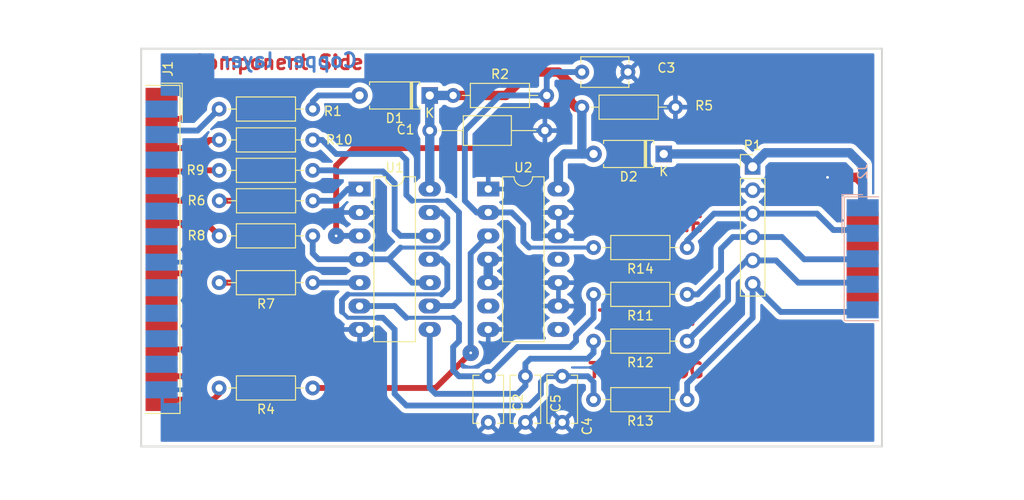
<source format=kicad_pcb>
(kicad_pcb (version 20201002) (generator pcbnew)
  (title_block (rev "1") (company "Kicad Demo"))
  (layers (0 "F.Cu" signal "top_copper") (31 "B.Cu" signal "bottom_copper") (34 "B.Paste" user) (35 "F.Paste" user) (36 "B.SilkS" user "B.Silkscreen") (37 "F.SilkS" user "F.Silkscreen") (38 "B.Mask" user) (39 "F.Mask" user) (44 "Edge.Cuts" user))
  (net 0 "")
  (net 1 "/CLK-D1")
  (net 2 "/CTRL-D3")
  (net 3 "/DONE-SELECT*")
  (net 4 "/PWR_3,3-5V")
  (net 5 "/TCK-CCLK")
  (net 6 "/TD0-DONE")
  (net 7 "/TD0-PROG-D4")
  (net 8 "/TDI-DIN")
  (net 9 "/TDI-DIN-D0")
  (net 10 "/TMS-PROG")
  (net 11 "/TMS-PROG-D2")
  (net 12 "/VCC_SENSE-ERROR*")
  (net 13 "GND")
  (net 14 "VCC")
  (net 15 "Net-(C3-Pad1)")
  (net 16 "Net-(R4-Pad1)")
  (net 17 "Net-(U2-Pad6)")
  (net 18 "Net-(U2-Pad8)")
  (net 19 "Net-(U2-Pad11)")
  (net 20 "Net-(R6-Pad1)")
  (net 21 "Net-(R8-Pad1)")
  (net 22 "Net-(R7-Pad1)")
  (net 23 "Net-(C2-Pad1)")
  (net 24 "Net-(C5-Pad1)")
  (net 25 "Net-(R10-Pad1)")
  (net 26 "Net-(C4-Pad1)")
  (net 27 "Net-(R9-Pad1)")
  (net 28 "Net-(D1-Pad2)")
  (net 29 "Net-(J1-Pad11)")
  (net 30 "Net-(J1-Pad10)")
  (net 31 "Net-(J1-Pad9)")
  (net 32 "Net-(J1-Pad7)")
  (net 33 "Net-(J1-Pad1)")
  (net 34 "Net-(J1-Pad24)")
  (net 35 "Net-(J1-Pad23)")
  (net 36 "Net-(J1-Pad22)")
  (net 37 "Net-(J1-Pad21)")
  (net 38 "Net-(J1-Pad19)")
  (net 39 "Net-(J1-Pad18)")
  (net 40 "Net-(J1-Pad17)")
  (net 41 "Net-(J1-Pad16)")
  (net 42 "Net-(J1-Pad14)")
  (module "Resistor_THT:R_Axial_DIN0207_L6.3mm_D2.5mm_P10.16mm_Horizontal" (layer "F.Cu") (at 162.56 88.9 180)
    (fp_text reference "R14" (at 5.08 -2.31 180) (layer "F.SilkS"))
    (fp_text value "100")
    (fp_line (start 0.98 0) (end 1.87 0) (layer "F.SilkS") (width 0.12))
    (fp_line (start 8.29 -1.31) (end 1.87 -1.31) (layer "F.SilkS") (width 0.12))
    (fp_line (start 1.87 1.31) (end 8.29 1.31) (layer "F.SilkS") (width 0.12))
    (fp_line (start 1.87 -1.31) (end 1.87 1.31) (layer "F.SilkS") (width 0.12))
    (fp_line (start 8.29 1.31) (end 8.29 -1.31) (layer "F.SilkS") (width 0.12))
    (fp_line (start 9.18 0) (end 8.29 0) (layer "F.SilkS") (width 0.12))
    (pad "1" thru_hole circle (at 0 0 180) (size 1.6 1.6) (drill 0.8) (layers *.Cu *.Mask) (net 6 "/TD0-DONE"))
    (pad "2" thru_hole oval (at 10.16 0 180) (size 1.6 1.6) (drill 0.8) (layers *.Cu *.Mask) (net 15 "Net-(C3-Pad1)"))
  )
  (module "Resistor_THT:R_Axial_DIN0207_L6.3mm_D2.5mm_P10.16mm_Horizontal" (layer "F.Cu") (at 121.92 80.518 180)
    (fp_text reference "R9" (at 12.72 0.018 180) (layer "F.SilkS"))
    (fp_text value "100")
    (fp_line (start 1.87 -1.31) (end 1.87 1.31) (layer "F.SilkS") (width 0.12))
    (fp_line (start 8.29 -1.31) (end 1.87 -1.31) (layer "F.SilkS") (width 0.12))
    (fp_line (start 8.29 1.31) (end 8.29 -1.31) (layer "F.SilkS") (width 0.12))
    (fp_line (start 1.87 1.31) (end 8.29 1.31) (layer "F.SilkS") (width 0.12))
    (fp_line (start 0.98 0) (end 1.87 0) (layer "F.SilkS") (width 0.12))
    (fp_line (start 9.18 0) (end 8.29 0) (layer "F.SilkS") (width 0.12))
    (pad "1" thru_hole circle (at 0 0 180) (size 1.6 1.6) (drill 0.8) (layers *.Cu *.Mask) (net 27 "Net-(R9-Pad1)"))
    (pad "2" thru_hole oval (at 10.16 0 180) (size 1.6 1.6) (drill 0.8) (layers *.Cu *.Mask) (net 11 "/TMS-PROG-D2"))
  )
  (module "Resistor_THT:R_Axial_DIN0207_L6.3mm_D2.5mm_P10.16mm_Horizontal" (layer "F.Cu") (at 121.92 104.14 180)
    (fp_text reference "R4" (at 5.08 -2.31 180) (layer "F.SilkS"))
    (fp_text value "47")
    (fp_line (start 1.87 1.31) (end 8.29 1.31) (layer "F.SilkS") (width 0.12))
    (fp_line (start 0.98 0) (end 1.87 0) (layer "F.SilkS") (width 0.12))
    (fp_line (start 1.87 -1.31) (end 1.87 1.31) (layer "F.SilkS") (width 0.12))
    (fp_line (start 8.29 -1.31) (end 1.87 -1.31) (layer "F.SilkS") (width 0.12))
    (fp_line (start 9.18 0) (end 8.29 0) (layer "F.SilkS") (width 0.12))
    (fp_line (start 8.29 1.31) (end 8.29 -1.31) (layer "F.SilkS") (width 0.12))
    (pad "1" thru_hole circle (at 0 0 180) (size 1.6 1.6) (drill 0.8) (layers *.Cu *.Mask) (net 16 "Net-(R4-Pad1)"))
    (pad "2" thru_hole oval (at 10.16 0 180) (size 1.6 1.6) (drill 0.8) (layers *.Cu *.Mask) (net 3 "/DONE-SELECT*"))
  )
  (module "Resistor_THT:R_Axial_DIN0207_L6.3mm_D2.5mm_P10.16mm_Horizontal" (layer "F.Cu") (at 162.56 105.41 180)
    (fp_text reference "R13" (at 5.08 -2.31 180) (layer "F.SilkS"))
    (fp_text value "100")
    (fp_line (start 9.18 0) (end 8.29 0) (layer "F.SilkS") (width 0.12))
    (fp_line (start 0.98 0) (end 1.87 0) (layer "F.SilkS") (width 0.12))
    (fp_line (start 8.29 1.31) (end 8.29 -1.31) (layer "F.SilkS") (width 0.12))
    (fp_line (start 8.29 -1.31) (end 1.87 -1.31) (layer "F.SilkS") (width 0.12))
    (fp_line (start 1.87 -1.31) (end 1.87 1.31) (layer "F.SilkS") (width 0.12))
    (fp_line (start 1.87 1.31) (end 8.29 1.31) (layer "F.SilkS") (width 0.12))
    (pad "1" thru_hole circle (at 0 0 180) (size 1.6 1.6) (drill 0.8) (layers *.Cu *.Mask) (net 10 "/TMS-PROG"))
    (pad "2" thru_hole oval (at 10.16 0 180) (size 1.6 1.6) (drill 0.8) (layers *.Cu *.Mask) (net 26 "Net-(C4-Pad1)"))
  )
  (module "Resistor_THT:R_Axial_DIN0207_L6.3mm_D2.5mm_P10.16mm_Horizontal" (layer "F.Cu") (at 162.56 99.06 180)
    (fp_text reference "R12" (at 5.08 -2.31 180) (layer "F.SilkS"))
    (fp_text value "100")
    (fp_line (start 1.87 1.31) (end 8.29 1.31) (layer "F.SilkS") (width 0.12))
    (fp_line (start 8.29 1.31) (end 8.29 -1.31) (layer "F.SilkS") (width 0.12))
    (fp_line (start 8.29 -1.31) (end 1.87 -1.31) (layer "F.SilkS") (width 0.12))
    (fp_line (start 1.87 -1.31) (end 1.87 1.31) (layer "F.SilkS") (width 0.12))
    (fp_line (start 0.98 0) (end 1.87 0) (layer "F.SilkS") (width 0.12))
    (fp_line (start 9.18 0) (end 8.29 0) (layer "F.SilkS") (width 0.12))
    (pad "1" thru_hole circle (at 0 0 180) (size 1.6 1.6) (drill 0.8) (layers *.Cu *.Mask) (net 5 "/TCK-CCLK"))
    (pad "2" thru_hole oval (at 10.16 0 180) (size 1.6 1.6) (drill 0.8) (layers *.Cu *.Mask) (net 24 "Net-(C5-Pad1)"))
  )
  (module "Resistor_THT:R_Axial_DIN0207_L6.3mm_D2.5mm_P10.16mm_Horizontal" (layer "F.Cu") (at 162.56 93.98 180)
    (fp_text reference "R11" (at 5.08 -2.31 180) (layer "F.SilkS"))
    (fp_text value "100")
    (fp_line (start 8.29 -1.31) (end 1.87 -1.31) (layer "F.SilkS") (width 0.12))
    (fp_line (start 8.29 1.31) (end 8.29 -1.31) (layer "F.SilkS") (width 0.12))
    (fp_line (start 1.87 1.31) (end 8.29 1.31) (layer "F.SilkS") (width 0.12))
    (fp_line (start 0.98 0) (end 1.87 0) (layer "F.SilkS") (width 0.12))
    (fp_line (start 9.18 0) (end 8.29 0) (layer "F.SilkS") (width 0.12))
    (fp_line (start 1.87 -1.31) (end 1.87 1.31) (layer "F.SilkS") (width 0.12))
    (pad "1" thru_hole circle (at 0 0 180) (size 1.6 1.6) (drill 0.8) (layers *.Cu *.Mask) (net 8 "/TDI-DIN"))
    (pad "2" thru_hole oval (at 10.16 0 180) (size 1.6 1.6) (drill 0.8) (layers *.Cu *.Mask) (net 23 "Net-(C2-Pad1)"))
  )
  (module "Resistor_THT:R_Axial_DIN0207_L6.3mm_D2.5mm_P10.16mm_Horizontal" (layer "F.Cu") (at 121.92 87.63 180)
    (fp_text reference "R8" (at 12.62 0.03 180) (layer "F.SilkS"))
    (fp_text value "100")
    (fp_line (start 8.29 1.31) (end 8.29 -1.31) (layer "F.SilkS") (width 0.12))
    (fp_line (start 1.87 -1.31) (end 1.87 1.31) (layer "F.SilkS") (width 0.12))
    (fp_line (start 9.18 0) (end 8.29 0) (layer "F.SilkS") (width 0.12))
    (fp_line (start 8.29 -1.31) (end 1.87 -1.31) (layer "F.SilkS") (width 0.12))
    (fp_line (start 0.98 0) (end 1.87 0) (layer "F.SilkS") (width 0.12))
    (fp_line (start 1.87 1.31) (end 8.29 1.31) (layer "F.SilkS") (width 0.12))
    (pad "1" thru_hole circle (at 0 0 180) (size 1.6 1.6) (drill 0.8) (layers *.Cu *.Mask) (net 21 "Net-(R8-Pad1)"))
    (pad "2" thru_hole oval (at 10.16 0 180) (size 1.6 1.6) (drill 0.8) (layers *.Cu *.Mask) (net 2 "/CTRL-D3"))
  )
  (module "Resistor_THT:R_Axial_DIN0207_L6.3mm_D2.5mm_P10.16mm_Horizontal" (layer "F.Cu") (at 121.92 92.71 180)
    (fp_text reference "R7" (at 5.08 -2.31 180) (layer "F.SilkS"))
    (fp_text value "100")
    (fp_line (start 1.87 -1.31) (end 1.87 1.31) (layer "F.SilkS") (width 0.12))
    (fp_line (start 0.98 0) (end 1.87 0) (layer "F.SilkS") (width 0.12))
    (fp_line (start 8.29 1.31) (end 8.29 -1.31) (layer "F.SilkS") (width 0.12))
    (fp_line (start 9.18 0) (end 8.29 0) (layer "F.SilkS") (width 0.12))
    (fp_line (start 8.29 -1.31) (end 1.87 -1.31) (layer "F.SilkS") (width 0.12))
    (fp_line (start 1.87 1.31) (end 8.29 1.31) (layer "F.SilkS") (width 0.12))
    (pad "1" thru_hole circle (at 0 0 180) (size 1.6 1.6) (drill 0.8) (layers *.Cu *.Mask) (net 22 "Net-(R7-Pad1)"))
    (pad "2" thru_hole oval (at 10.16 0 180) (size 1.6 1.6) (drill 0.8) (layers *.Cu *.Mask) (net 9 "/TDI-DIN-D0"))
  )
  (module "Resistor_THT:R_Axial_DIN0207_L6.3mm_D2.5mm_P10.16mm_Horizontal" (layer "F.Cu") (at 121.9327 83.82 180)
    (fp_text reference "R6" (at 12.6327 0.02 180) (layer "F.SilkS"))
    (fp_text value "100")
    (fp_line (start 0.98 0) (end 1.87 0) (layer "F.SilkS") (width 0.12))
    (fp_line (start 1.87 -1.31) (end 1.87 1.31) (layer "F.SilkS") (width 0.12))
    (fp_line (start 9.18 0) (end 8.29 0) (layer "F.SilkS") (width 0.12))
    (fp_line (start 1.87 1.31) (end 8.29 1.31) (layer "F.SilkS") (width 0.12))
    (fp_line (start 8.29 -1.31) (end 1.87 -1.31) (layer "F.SilkS") (width 0.12))
    (fp_line (start 8.29 1.31) (end 8.29 -1.31) (layer "F.SilkS") (width 0.12))
    (pad "1" thru_hole circle (at 0 0 180) (size 1.6 1.6) (drill 0.8) (layers *.Cu *.Mask) (net 20 "Net-(R6-Pad1)"))
    (pad "2" thru_hole oval (at 10.16 0 180) (size 1.6 1.6) (drill 0.8) (layers *.Cu *.Mask) (net 7 "/TD0-PROG-D4"))
  )
  (module "Resistor_THT:R_Axial_DIN0207_L6.3mm_D2.5mm_P10.16mm_Horizontal" (layer "F.Cu") (at 137.16 72.39)
    (fp_text reference "R2" (at 5.08 -2.31) (layer "F.SilkS"))
    (fp_text value "5,1K")
    (fp_line (start 0.98 0) (end 1.87 0) (layer "F.SilkS") (width 0.12))
    (fp_line (start 8.29 1.31) (end 8.29 -1.31) (layer "F.SilkS") (width 0.12))
    (fp_line (start 9.18 0) (end 8.29 0) (layer "F.SilkS") (width 0.12))
    (fp_line (start 1.87 -1.31) (end 1.87 1.31) (layer "F.SilkS") (width 0.12))
    (fp_line (start 1.87 1.31) (end 8.29 1.31) (layer "F.SilkS") (width 0.12))
    (fp_line (start 8.29 -1.31) (end 1.87 -1.31) (layer "F.SilkS") (width 0.12))
    (pad "1" thru_hole circle (at 0 0) (size 1.6 1.6) (drill 0.8) (layers *.Cu *.Mask) (net 14 "VCC"))
    (pad "2" thru_hole oval (at 10.16 0) (size 1.6 1.6) (drill 0.8) (layers *.Cu *.Mask) (net 15 "Net-(C3-Pad1)"))
  )
  (module "Resistor_THT:R_Axial_DIN0207_L6.3mm_D2.5mm_P10.16mm_Horizontal" (layer "F.Cu") (at 151.13 73.66)
    (fp_text reference "R5" (at 13.27 -0.16) (layer "F.SilkS"))
    (fp_text value "1K")
    (fp_line (start 1.87 -1.31) (end 1.87 1.31) (layer "F.SilkS") (width 0.12))
    (fp_line (start 8.29 1.31) (end 8.29 -1.31) (layer "F.SilkS") (width 0.12))
    (fp_line (start 8.29 -1.31) (end 1.87 -1.31) (layer "F.SilkS") (width 0.12))
    (fp_line (start 9.18 0) (end 8.29 0) (layer "F.SilkS") (width 0.12))
    (fp_line (start 1.87 1.31) (end 8.29 1.31) (layer "F.SilkS") (width 0.12))
    (fp_line (start 0.98 0) (end 1.87 0) (layer "F.SilkS") (width 0.12))
    (pad "1" thru_hole circle (at 0 0) (size 1.6 1.6) (drill 0.8) (layers *.Cu *.Mask) (net 14 "VCC"))
    (pad "2" thru_hole oval (at 10.16 0) (size 1.6 1.6) (drill 0.8) (layers *.Cu *.Mask) (net 13 "GND"))
  )
  (module "Resistor_THT:R_Axial_DIN0207_L6.3mm_D2.5mm_P10.16mm_Horizontal" (layer "F.Cu") (at 121.92 77.216 180)
    (fp_text reference "R10" (at -2.88 0.016 180) (layer "F.SilkS"))
    (fp_text value "100")
    (fp_line (start 8.29 -1.31) (end 1.87 -1.31) (layer "F.SilkS") (width 0.12))
    (fp_line (start 0.98 0) (end 1.87 0) (layer "F.SilkS") (width 0.12))
    (fp_line (start 1.87 1.31) (end 8.29 1.31) (layer "F.SilkS") (width 0.12))
    (fp_line (start 8.29 1.31) (end 8.29 -1.31) (layer "F.SilkS") (width 0.12))
    (fp_line (start 1.87 -1.31) (end 1.87 1.31) (layer "F.SilkS") (width 0.12))
    (fp_line (start 9.18 0) (end 8.29 0) (layer "F.SilkS") (width 0.12))
    (pad "1" thru_hole circle (at 0 0 180) (size 1.6 1.6) (drill 0.8) (layers *.Cu *.Mask) (net 25 "Net-(R10-Pad1)"))
    (pad "2" thru_hole oval (at 10.16 0 180) (size 1.6 1.6) (drill 0.8) (layers *.Cu *.Mask) (net 1 "/CLK-D1"))
  )
  (module "Diode_THT:D_A-405_P7.62mm_Horizontal" (layer "F.Cu") (at 160.02 78.74 180)
    (fp_text reference "D2" (at 3.81 -2.47 180) (layer "F.SilkS"))
    (fp_text value "BAT46")
    (fp_text user "K" (at 0 -1.9 180) (layer "F.SilkS"))
    (fp_line (start 1.87 -1.47) (end 1.87 1.47) (layer "F.SilkS") (width 0.12))
    (fp_line (start 1.09 1.47) (end 6.53 1.47) (layer "F.SilkS") (width 0.12))
    (fp_line (start 1.99 -1.47) (end 1.99 1.47) (layer "F.SilkS") (width 0.12))
    (fp_line (start 6.53 1.47) (end 6.53 1.14) (layer "F.SilkS") (width 0.12))
    (fp_line (start 1.09 -1.47) (end 6.53 -1.47) (layer "F.SilkS") (width 0.12))
    (fp_line (start 6.53 -1.47) (end 6.53 -1.14) (layer "F.SilkS") (width 0.12))
    (fp_line (start 1.09 -1.14) (end 1.09 -1.47) (layer "F.SilkS") (width 0.12))
    (fp_line (start 1.09 1.14) (end 1.09 1.47) (layer "F.SilkS") (width 0.12))
    (fp_line (start 2.11 -1.47) (end 2.11 1.47) (layer "F.SilkS") (width 0.12))
    (pad "1" thru_hole rect (at 0 0 180) (size 1.8 1.8) (drill 0.9) (layers *.Cu *.Mask) (net 4 "/PWR_3,3-5V"))
    (pad "2" thru_hole oval (at 7.62 0 180) (size 1.8 1.8) (drill 0.9) (layers *.Cu *.Mask) (net 14 "VCC"))
  )
  (module "Diode_THT:D_A-405_P7.62mm_Horizontal" (layer "F.Cu") (at 134.62 72.39 180)
    (fp_text reference "D1" (at 3.81 -2.47 180) (layer "F.SilkS"))
    (fp_text value "BAT46")
    (fp_text user "K" (at 0 -1.9 180) (layer "F.SilkS"))
    (fp_line (start 1.87 -1.47) (end 1.87 1.47) (layer "F.SilkS") (width 0.12))
    (fp_line (start 6.53 -1.47) (end 6.53 -1.14) (layer "F.SilkS") (width 0.12))
    (fp_line (start 1.09 -1.47) (end 6.53 -1.47) (layer "F.SilkS") (width 0.12))
    (fp_line (start 1.09 -1.14) (end 1.09 -1.47) (layer "F.SilkS") (width 0.12))
    (fp_line (start 1.09 1.14) (end 1.09 1.47) (layer "F.SilkS") (width 0.12))
    (fp_line (start 1.99 -1.47) (end 1.99 1.47) (layer "F.SilkS") (width 0.12))
    (fp_line (start 6.53 1.47) (end 6.53 1.14) (layer "F.SilkS") (width 0.12))
    (fp_line (start 2.11 -1.47) (end 2.11 1.47) (layer "F.SilkS") (width 0.12))
    (fp_line (start 1.09 1.47) (end 6.53 1.47) (layer "F.SilkS") (width 0.12))
    (pad "1" thru_hole rect (at 0 0 180) (size 1.8 1.8) (drill 0.9) (layers *.Cu *.Mask) (net 14 "VCC"))
    (pad "2" thru_hole oval (at 7.62 0 180) (size 1.8 1.8) (drill 0.9) (layers *.Cu *.Mask) (net 28 "Net-(D1-Pad2)"))
  )
  (module "Resistor_THT:R_Axial_DIN0207_L6.3mm_D2.5mm_P10.16mm_Horizontal" (layer "F.Cu") (at 121.92 73.8632 180)
    (fp_text reference "R1" (at -2.18 -0.2368 180) (layer "F.SilkS"))
    (fp_text value "100")
    (fp_line (start 8.29 1.31) (end 8.29 -1.31) (layer "F.SilkS") (width 0.12))
    (fp_line (start 1.87 -1.31) (end 1.87 1.31) (layer "F.SilkS") (width 0.12))
    (fp_line (start 0.98 0) (end 1.87 0) (layer "F.SilkS") (width 0.12))
    (fp_line (start 9.18 0) (end 8.29 0) (layer "F.SilkS") (width 0.12))
    (fp_line (start 1.87 1.31) (end 8.29 1.31) (layer "F.SilkS") (width 0.12))
    (fp_line (start 8.29 -1.31) (end 1.87 -1.31) (layer "F.SilkS") (width 0.12))
    (pad "1" thru_hole circle (at 0 0 180) (size 1.6 1.6) (drill 0.8) (layers *.Cu *.Mask) (net 28 "Net-(D1-Pad2)"))
    (pad "2" thru_hole oval (at 10.16 0 180) (size 1.6 1.6) (drill 0.8) (layers *.Cu *.Mask) (net 12 "/VCC_SENSE-ERROR*"))
  )
  (module "Capacitor_THT:C_Axial_L5.1mm_D3.1mm_P12.50mm_Horizontal" (layer "F.Cu") (at 134.62 76.2)
    (fp_text reference "C1" (at -2.62 -0.1) (layer "F.SilkS"))
    (fp_text value "1uF")
    (fp_line (start 3.64 1.61) (end 8.86 1.61) (layer "F.SilkS") (width 0.12))
    (fp_line (start 3.64 -1.61) (end 3.64 1.61) (layer "F.SilkS") (width 0.12))
    (fp_line (start 0.98 0) (end 3.64 0) (layer "F.SilkS") (width 0.12))
    (fp_line (start 8.86 1.61) (end 8.86 -1.61) (layer "F.SilkS") (width 0.12))
    (fp_line (start 8.86 -1.61) (end 3.64 -1.61) (layer "F.SilkS") (width 0.12))
    (fp_line (start 11.52 0) (end 8.86 0) (layer "F.SilkS") (width 0.12))
    (pad "1" thru_hole circle (at 0 0) (size 1.6 1.6) (drill 0.8) (layers *.Cu *.Mask) (net 14 "VCC"))
    (pad "2" thru_hole oval (at 12.5 0) (size 1.6 1.6) (drill 0.8) (layers *.Cu *.Mask) (net 13 "GND"))
  )
  (module "Connector_PinHeader_2.54mm:PinHeader_1x06_P2.54mm_Vertical" (layer "F.Cu") (at 169.672 80.137)
    (fp_text reference "P1" (at 0 -2.33) (layer "F.SilkS"))
    (fp_text value "CONN_6")
    (fp_line (start -1.33 1.27) (end 1.33 1.27) (layer "F.SilkS") (width 0.12))
    (fp_line (start -1.33 14.03) (end 1.33 14.03) (layer "F.SilkS") (width 0.12))
    (fp_line (start -1.33 1.27) (end -1.33 14.03) (layer "F.SilkS") (width 0.12))
    (fp_line (start 1.33 1.27) (end 1.33 14.03) (layer "F.SilkS") (width 0.12))
    (fp_line (start -1.33 -1.33) (end 0 -1.33) (layer "F.SilkS") (width 0.12))
    (fp_line (start -1.33 0) (end -1.33 -1.33) (layer "F.SilkS") (width 0.12))
    (pad "1" thru_hole rect (at 0 0) (size 1.7 1.7) (drill 1) (layers *.Cu *.Mask) (net 4 "/PWR_3,3-5V"))
    (pad "2" thru_hole oval (at 0 2.54) (size 1.7 1.7) (drill 1) (layers *.Cu *.Mask) (net 13 "GND"))
    (pad "3" thru_hole oval (at 0 5.08) (size 1.7 1.7) (drill 1) (layers *.Cu *.Mask) (net 6 "/TD0-DONE"))
    (pad "4" thru_hole oval (at 0 7.62) (size 1.7 1.7) (drill 1) (layers *.Cu *.Mask) (net 8 "/TDI-DIN"))
    (pad "5" thru_hole oval (at 0 10.16) (size 1.7 1.7) (drill 1) (layers *.Cu *.Mask) (net 5 "/TCK-CCLK"))
    (pad "6" thru_hole oval (at 0 12.7) (size 1.7 1.7) (drill 1) (layers *.Cu *.Mask) (net 10 "/TMS-PROG"))
  )
  (module "Package_DIP:DIP-14_W7.62mm_LongPads" (layer "F.Cu") (at 140.97 82.55)
    (fp_text reference "U2" (at 3.81 -2.33) (layer "F.SilkS"))
    (fp_text value "74LS125")
    (fp_line (start 6.06 16.57) (end 6.06 -1.33) (layer "F.SilkS") (width 0.12))
    (fp_line (start 2.81 -1.33) (end 1.56 -1.33) (layer "F.SilkS") (width 0.12))
    (fp_line (start 1.56 16.57) (end 6.06 16.57) (layer "F.SilkS") (width 0.12))
    (fp_line (start 1.56 -1.33) (end 1.56 16.57) (layer "F.SilkS") (width 0.12))
    (fp_line (start 6.06 -1.33) (end 4.81 -1.33) (layer "F.SilkS") (width 0.12))
    (fp_arc (start 3.81 -1.33) (end 2.81 -1.33) (angle -180) (layer "F.SilkS") (width 0.12))
    (pad "1" thru_hole rect (at 0 0) (size 2.4 1.6) (drill 0.8) (layers *.Cu *.Mask) (net 13 "GND"))
    (pad "2" thru_hole oval (at 0 2.54) (size 2.4 1.6) (drill 0.8) (layers *.Cu *.Mask) (net 15 "Net-(C3-Pad1)"))
    (pad "3" thru_hole oval (at 0 5.08) (size 2.4 1.6) (drill 0.8) (layers *.Cu *.Mask) (net 16 "Net-(R4-Pad1)"))
    (pad "4" thru_hole oval (at 0 7.62) (size 2.4 1.6) (drill 0.8) (layers *.Cu *.Mask) (net 13 "GND"))
    (pad "5" thru_hole oval (at 0 10.16) (size 2.4 1.6) (drill 0.8) (layers *.Cu *.Mask) (net 13 "GND"))
    (pad "6" thru_hole oval (at 0 12.7) (size 2.4 1.6) (drill 0.8) (layers *.Cu *.Mask) (net 17 "Net-(U2-Pad6)"))
    (pad "7" thru_hole oval (at 0 15.24) (size 2.4 1.6) (drill 0.8) (layers *.Cu *.Mask) (net 13 "GND"))
    (pad "8" thru_hole oval (at 7.62 15.24) (size 2.4 1.6) (drill 0.8) (layers *.Cu *.Mask) (net 18 "Net-(U2-Pad8)"))
    (pad "9" thru_hole oval (at 7.62 12.7) (size 2.4 1.6) (drill 0.8) (layers *.Cu *.Mask) (net 13 "GND"))
    (pad "10" thru_hole oval (at 7.62 10.16) (size 2.4 1.6) (drill 0.8) (layers *.Cu *.Mask) (net 13 "GND"))
    (pad "11" thru_hole oval (at 7.62 7.62) (size 2.4 1.6) (drill 0.8) (layers *.Cu *.Mask) (net 19 "Net-(U2-Pad11)"))
    (pad "12" thru_hole oval (at 7.62 5.08) (size 2.4 1.6) (drill 0.8) (layers *.Cu *.Mask) (net 13 "GND"))
    (pad "13" thru_hole oval (at 7.62 2.54) (size 2.4 1.6) (drill 0.8) (layers *.Cu *.Mask) (net 13 "GND"))
    (pad "14" thru_hole oval (at 7.62 0) (size 2.4 1.6) (drill 0.8) (layers *.Cu *.Mask) (net 14 "VCC"))
  )
  (module "Package_DIP:DIP-14_W7.62mm_LongPads" (layer "F.Cu") (at 127 82.55)
    (fp_text reference "U1" (at 3.81 -2.33) (layer "F.SilkS"))
    (fp_text value "74LS125")
    (fp_line (start 6.06 -1.33) (end 4.81 -1.33) (layer "F.SilkS") (width 0.12))
    (fp_line (start 1.56 -1.33) (end 1.56 16.57) (layer "F.SilkS") (width 0.12))
    (fp_line (start 2.81 -1.33) (end 1.56 -1.33) (layer "F.SilkS") (width 0.12))
    (fp_line (start 6.06 16.57) (end 6.06 -1.33) (layer "F.SilkS") (width 0.12))
    (fp_line (start 1.56 16.57) (end 6.06 16.57) (layer "F.SilkS") (width 0.12))
    (fp_arc (start 3.81 -1.33) (end 2.81 -1.33) (angle -180) (layer "F.SilkS") (width 0.12))
    (pad "1" thru_hole rect (at 0 0) (size 2.4 1.6) (drill 0.8) (layers *.Cu *.Mask) (net 20 "Net-(R6-Pad1)"))
    (pad "2" thru_hole oval (at 0 2.54) (size 2.4 1.6) (drill 0.8) (layers *.Cu *.Mask) (net 13 "GND"))
    (pad "3" thru_hole oval (at 0 5.08) (size 2.4 1.6) (drill 0.8) (layers *.Cu *.Mask) (net 15 "Net-(C3-Pad1)"))
    (pad "4" thru_hole oval (at 0 7.62) (size 2.4 1.6) (drill 0.8) (layers *.Cu *.Mask) (net 21 "Net-(R8-Pad1)"))
    (pad "5" thru_hole oval (at 0 10.16) (size 2.4 1.6) (drill 0.8) (layers *.Cu *.Mask) (net 22 "Net-(R7-Pad1)"))
    (pad "6" thru_hole oval (at 0 12.7) (size 2.4 1.6) (drill 0.8) (layers *.Cu *.Mask) (net 23 "Net-(C2-Pad1)"))
    (pad "7" thru_hole oval (at 0 15.24) (size 2.4 1.6) (drill 0.8) (layers *.Cu *.Mask) (net 13 "GND"))
    (pad "8" thru_hole oval (at 7.62 15.24) (size 2.4 1.6) (drill 0.8) (layers *.Cu *.Mask) (net 24 "Net-(C5-Pad1)"))
    (pad "9" thru_hole oval (at 7.62 12.7) (size 2.4 1.6) (drill 0.8) (layers *.Cu *.Mask) (net 25 "Net-(R10-Pad1)"))
    (pad "10" thru_hole oval (at 7.62 10.16) (size 2.4 1.6) (drill 0.8) (layers *.Cu *.Mask) (net 21 "Net-(R8-Pad1)"))
    (pad "11" thru_hole oval (at 7.62 7.62) (size 2.4 1.6) (drill 0.8) (layers *.Cu *.Mask) (net 26 "Net-(C4-Pad1)"))
    (pad "12" thru_hole oval (at 7.62 5.08) (size 2.4 1.6) (drill 0.8) (layers *.Cu *.Mask) (net 27 "Net-(R9-Pad1)"))
    (pad "13" thru_hole oval (at 7.62 2.54) (size 2.4 1.6) (drill 0.8) (layers *.Cu *.Mask) (net 21 "Net-(R8-Pad1)"))
    (pad "14" thru_hole oval (at 7.62 0) (size 2.4 1.6) (drill 0.8) (layers *.Cu *.Mask) (net 14 "VCC"))
  )
  (module "Capacitor_THT:C_Disc_D5.1mm_W3.2mm_P5.00mm" (layer "F.Cu") (at 145 102.87 -90)
    (fp_text reference "C5" (at 2.93 -3.3 -90) (layer "F.SilkS"))
    (fp_text value "100pF")
    (fp_line (start -0.11 -1.66) (end -0.11 -0.996) (layer "F.SilkS") (width 0.12))
    (fp_line (start 5.11 0.996) (end 5.11 1.66) (layer "F.SilkS") (width 0.12))
    (fp_line (start -0.11 -1.66) (end 5.11 -1.66) (layer "F.SilkS") (width 0.12))
    (fp_line (start -0.11 0.996) (end -0.11 1.66) (layer "F.SilkS") (width 0.12))
    (fp_line (start -0.11 1.66) (end 5.11 1.66) (layer "F.SilkS") (width 0.12))
    (fp_line (start 5.11 -1.66) (end 5.11 -0.996) (layer "F.SilkS") (width 0.12))
    (pad "1" thru_hole circle (at 0 0 270) (size 1.6 1.6) (drill 0.8) (layers *.Cu *.Mask) (net 24 "Net-(C5-Pad1)"))
    (pad "2" thru_hole circle (at 5 0 270) (size 1.6 1.6) (drill 0.8) (layers *.Cu *.Mask) (net 13 "GND"))
  )
  (module "Capacitor_THT:C_Disc_D5.1mm_W3.2mm_P5.00mm" (layer "F.Cu") (at 149 102.87 -90)
    (fp_text reference "C4" (at 5.43 -2.7 -90) (layer "F.SilkS"))
    (fp_text value "100pF")
    (fp_line (start -0.11 -1.66) (end -0.11 -0.996) (layer "F.SilkS") (width 0.12))
    (fp_line (start 5.11 -1.66) (end 5.11 -0.996) (layer "F.SilkS") (width 0.12))
    (fp_line (start 5.11 0.996) (end 5.11 1.66) (layer "F.SilkS") (width 0.12))
    (fp_line (start -0.11 1.66) (end 5.11 1.66) (layer "F.SilkS") (width 0.12))
    (fp_line (start -0.11 -1.66) (end 5.11 -1.66) (layer "F.SilkS") (width 0.12))
    (fp_line (start -0.11 0.996) (end -0.11 1.66) (layer "F.SilkS") (width 0.12))
    (pad "1" thru_hole circle (at 0 0 270) (size 1.6 1.6) (drill 0.8) (layers *.Cu *.Mask) (net 26 "Net-(C4-Pad1)"))
    (pad "2" thru_hole circle (at 5 0 270) (size 1.6 1.6) (drill 0.8) (layers *.Cu *.Mask) (net 13 "GND"))
  )
  (module "Capacitor_THT:C_Disc_D5.1mm_W3.2mm_P5.00mm" (layer "F.Cu") (at 151.13 69.85)
    (fp_text reference "C3" (at 9.17 -0.45) (layer "F.SilkS"))
    (fp_text value "100pF")
    (fp_line (start -0.11 -1.66) (end -0.11 -0.996) (layer "F.SilkS") (width 0.12))
    (fp_line (start -0.11 0.996) (end -0.11 1.66) (layer "F.SilkS") (width 0.12))
    (fp_line (start -0.11 1.66) (end 5.11 1.66) (layer "F.SilkS") (width 0.12))
    (fp_line (start -0.11 -1.66) (end 5.11 -1.66) (layer "F.SilkS") (width 0.12))
    (fp_line (start 5.11 -1.66) (end 5.11 -0.996) (layer "F.SilkS") (width 0.12))
    (fp_line (start 5.11 0.996) (end 5.11 1.66) (layer "F.SilkS") (width 0.12))
    (pad "1" thru_hole circle (at 0 0) (size 1.6 1.6) (drill 0.8) (layers *.Cu *.Mask) (net 15 "Net-(C3-Pad1)"))
    (pad "2" thru_hole circle (at 5 0) (size 1.6 1.6) (drill 0.8) (layers *.Cu *.Mask) (net 13 "GND"))
  )
  (module "Capacitor_THT:C_Disc_D5.1mm_W3.2mm_P5.00mm" (layer "F.Cu") (at 140.97 102.87 -90)
    (fp_text reference "C2" (at 2.83 -3.23 -90) (layer "F.SilkS"))
    (fp_text value "100pF")
    (fp_line (start -0.11 -1.66) (end -0.11 -0.996) (layer "F.SilkS") (width 0.12))
    (fp_line (start -0.11 0.996) (end -0.11 1.66) (layer "F.SilkS") (width 0.12))
    (fp_line (start -0.11 1.66) (end 5.11 1.66) (layer "F.SilkS") (width 0.12))
    (fp_line (start 5.11 -1.66) (end 5.11 -0.996) (layer "F.SilkS") (width 0.12))
    (fp_line (start -0.11 -1.66) (end 5.11 -1.66) (layer "F.SilkS") (width 0.12))
    (fp_line (start 5.11 0.996) (end 5.11 1.66) (layer "F.SilkS") (width 0.12))
    (pad "1" thru_hole circle (at 0 0 270) (size 1.6 1.6) (drill 0.8) (layers *.Cu *.Mask) (net 23 "Net-(C2-Pad1)"))
    (pad "2" thru_hole circle (at 5 0 270) (size 1.6 1.6) (drill 0.8) (layers *.Cu *.Mask) (net 13 "GND"))
  )
  (module "Connector_Dsub:DSUB-25_Male_EdgeMount_P2.77mm" (layer "F.Cu") (at 105.5116 89.1032 -90)
    (fp_text reference "J1" (at -19.6032 -0.6884 -90) (layer "F.SilkS"))
    (fp_text value "DB25MALE")
    (fp_line (start -18.043333 0) (end -18.043333 -2.24) (layer "F.SilkS") (width 0.12))
    (fp_line (start -17.803333 -2) (end -17.803333 1.74) (layer "F.SilkS") (width 0.12))
    (fp_line (start -18.043333 -2.24) (end -13.85 -2.24) (layer "F.SilkS") (width 0.12))
    (fp_line (start 17.803333 1.74) (end 17.803333 -2) (layer "F.SilkS") (width 0.12))
    (fp_line (start 17.803333 -2) (end -17.803333 -2) (layer "F.SilkS") (width 0.12))
    (pad "1" smd rect (at -16.62 0 270) (size 1.846667 3.48) (layers "F.Cu" "F.Paste" "F.Mask") (net 33 "Net-(J1-Pad1)"))
    (pad "2" smd rect (at -13.85 0 270) (size 1.846667 3.48) (layers "F.Cu" "F.Paste" "F.Mask") (net 9 "/TDI-DIN-D0"))
    (pad "3" smd rect (at -11.08 0 270) (size 1.846667 3.48) (layers "F.Cu" "F.Paste" "F.Mask") (net 1 "/CLK-D1"))
    (pad "4" smd rect (at -8.31 0 270) (size 1.846667 3.48) (layers "F.Cu" "F.Paste" "F.Mask") (net 11 "/TMS-PROG-D2"))
    (pad "5" smd rect (at -5.54 0 270) (size 1.846667 3.48) (layers "F.Cu" "F.Paste" "F.Mask") (net 2 "/CTRL-D3"))
    (pad "6" smd rect (at -2.77 0 270) (size 1.846667 3.48) (layers "F.Cu" "F.Paste" "F.Mask") (net 7 "/TD0-PROG-D4"))
    (pad "7" smd rect (at 0 0 270) (size 1.846667 3.48) (layers "F.Cu" "F.Paste" "F.Mask") (net 32 "Net-(J1-Pad7)"))
    (pad "8" smd rect (at 2.77 0 270) (size 1.846667 3.48) (layers "F.Cu" "F.Paste" "F.Mask") (net 29 "Net-(J1-Pad11)"))
    (pad "9" smd rect (at 5.54 0 270) (size 1.846667 3.48) (layers "F.Cu" "F.Paste" "F.Mask") (net 31 "Net-(J1-Pad9)"))
    (pad "10" smd rect (at 8.31 0 270) (size 1.846667 3.48) (layers "F.Cu" "F.Paste" "F.Mask") (net 30 "Net-(J1-Pad10)"))
    (pad "11" smd rect (at 11.08 0 270) (size 1.846667 3.48) (layers "F.Cu" "F.Paste" "F.Mask") (net 29 "Net-(J1-Pad11)"))
    (pad "12" smd rect (at 13.85 0 270) (size 1.846667 3.48) (layers "F.Cu" "F.Paste" "F.Mask") (net 29 "Net-(J1-Pad11)"))
    (pad "13" smd rect (at 16.62 0 270) (size 1.846667 3.48) (layers "F.Cu" "F.Paste" "F.Mask") (net 3 "/DONE-SELECT*"))
    (pad "14" smd rect (at -15.235 0 270) (size 1.846667 3.48) (layers "B.Cu" "B.Paste" "B.Mask") (net 42 "Net-(J1-Pad14)"))
    (pad "15" smd rect (at -12.465 0 270) (size 1.846667 3.48) (layers "B.Cu" "B.Paste" "B.Mask") (net 12 "/VCC_SENSE-ERROR*"))
    (pad "16" smd rect (at -9.695 0 270) (size 1.846667 3.48) (layers "B.Cu" "B.Paste" "B.Mask") (net 41 "Net-(J1-Pad16)"))
    (pad "17" smd rect (at -6.925 0 270) (size 1.846667 3.48) (layers "B.Cu" "B.Paste" "B.Mask") (net 40 "Net-(J1-Pad17)"))
    (pad "18" smd rect (at -4.155 0 270) (size 1.846667 3.48) (layers "B.Cu" "B.Paste" "B.Mask") (net 39 "Net-(J1-Pad18)"))
    (pad "19" smd rect (at -1.385 0 270) (size 1.846667 3.48) (layers "B.Cu" "B.Paste" "B.Mask") (net 38 "Net-(J1-Pad19)"))
    (pad "20" smd rect (at 1.385 0 270) (size 1.846667 3.48) (layers "B.Cu" "B.Paste" "B.Mask") (net 13 "GND"))
    (pad "21" smd rect (at 4.155 0 270) (size 1.846667 3.48) (layers "B.Cu" "B.Paste" "B.Mask") (net 37 "Net-(J1-Pad21)"))
    (pad "22" smd rect (at 6.925 0 270) (size 1.846667 3.48) (layers "B.Cu" "B.Paste" "B.Mask") (net 36 "Net-(J1-Pad22)"))
    (pad "23" smd rect (at 9.695 0 270) (size 1.846667 3.48) (layers "B.Cu" "B.Paste" "B.Mask") (net 35 "Net-(J1-Pad23)"))
    (pad "24" smd rect (at 12.465 0 270) (size 1.846667 3.48) (layers "B.Cu" "B.Paste" "B.Mask") (net 34 "Net-(J1-Pad24)"))
    (pad "25" smd rect (at 15.235 0 270) (size 1.846667 3.48) (layers "B.Cu" "B.Paste" "B.Mask") (net 13 "GND"))
  )
  (module "Connector_Dsub:DSUB-9_Male_EdgeMount_P2.77mm" (layer "B.Cu") (at 181.61 90.1192 -90)
    (fp_text reference "J2" (at -9.463333 0 -90) (layer "B.SilkS") (effects (justify mirror)))
    (fp_text value "DB9MALE")
    (fp_line (start -6.963333 0) (end -6.963333 2.24) (layer "B.SilkS") (width 0.12))
    (fp_line (start 6.723333 2) (end -6.723333 2) (layer "B.SilkS") (width 0.12))
    (fp_line (start -6.963333 2.24) (end -2.77 2.24) (layer "B.SilkS") (width 0.12))
    (fp_line (start -6.723333 2) (end -6.723333 -1.74) (layer "B.SilkS") (width 0.12))
    (fp_line (start 6.723333 -1.74) (end 6.723333 2) (layer "B.SilkS") (width 0.12))
    (pad "1" smd rect (at -5.54 0 270) (size 1.846667 3.48) (layers "B.Cu" "B.Paste" "B.Mask") (net 4 "/PWR_3,3-5V"))
    (pad "2" smd rect (at -2.77 0 270) (size 1.846667 3.48) (layers "B.Cu" "B.Paste" "B.Mask") (net 6 "/TD0-DONE"))
    (pad "3" smd rect (at 0 0 270) (size 1.846667 3.48) (layers "B.Cu" "B.Paste" "B.Mask") (net 8 "/TDI-DIN"))
    (pad "4" smd rect (at 2.77 0 270) (size 1.846667 3.48) (layers "B.Cu" "B.Paste" "B.Mask") (net 5 "/TCK-CCLK"))
    (pad "5" smd rect (at 5.54 0 270) (size 1.846667 3.48) (layers "B.Cu" "B.Paste" "B.Mask") (net 10 "/TMS-PROG"))
    (pad "6" smd rect (at -4.155 0 270) (size 1.846667 3.48) (layers "F.Cu" "F.Paste" "F.Mask") (net 13 "GND"))
    (pad "7" smd rect (at -1.385 0 270) (size 1.846667 3.48) (layers "F.Cu" "F.Paste" "F.Mask") (net 13 "GND"))
    (pad "8" smd rect (at 1.385 0 270) (size 1.846667 3.48) (layers "F.Cu" "F.Paste" "F.Mask") (net 13 "GND"))
    (pad "9" smd rect (at 4.155 0 270) (size 1.846667 3.48) (layers "F.Cu" "F.Paste" "F.Mask") (net 13 "GND"))
  )
  (gr_line (start 103.3 110.49) (end 103.3 67.31) (angle 90) (layer "Edge.Cuts") (width 0.2))
  (gr_line (start 183.7 110.49) (end 103.3 110.49) (angle 90) (layer "Edge.Cuts") (width 0.2))
  (gr_line (start 103.3 67.31) (end 183.7 67.31) (angle 90) (layer "Edge.Cuts") (width 0.2))
  (gr_line (start 183.7 67.31) (end 183.7 110.49) (angle 90) (layer "Edge.Cuts") (width 0.2))
  (gr_text "TMS-PROG" (at 158.115 102.235) (layer "F.Cu") (effects (font (size 1.524 1.524) (thickness 0.381))))
  (gr_text "TDO-DONE" (at 158.115 86.36) (layer "F.Cu") (effects (font (size 1.524 1.524) (thickness 0.381))))
  (gr_text "GND" (at 162.56 81.28) (layer "F.Cu") (effects (font (size 1.524 1.524) (thickness 0.381))))
  (gr_text "TCK-CCL" (at 158.115 96.52) (layer "F.Cu") (effects (font (size 1.524 1.524) (thickness 0.381))))
  (gr_text "Component Side" (at 118.1 68.8) (layer "F.Cu") (effects (font (size 1.524 1.524) (thickness 0.3048))))
  (gr_text "VCC" (at 162.56 76.2) (layer "F.Cu") (effects (font (size 1.524 1.524) (thickness 0.381))))
  (gr_text "TDI-TIN" (at 158.115 91.44) (layer "F.Cu") (effects (font (size 1.524 1.524) (thickness 0.381))))
  (gr_text "Copper layer" (at 119.38 68.58) (layer "B.Cu") (effects (font (size 1.524 1.524) (thickness 0.3048)) (justify mirror)))
  (segment (start 109.855 78.105) (end 106.045 78.105) (width 0.635) (layer "F.Cu") (net 1))
  (segment (start 111.76 77.216) (end 110.744 77.216) (width 0.635) (layer "F.Cu") (net 1))
  (segment (start 106.045 78.105) (end 105.537 77.978) (width 0.635) (layer "F.Cu") (net 1))
  (segment (start 110.744 77.216) (end 109.855 78.105) (width 0.635) (layer "F.Cu") (net 1))
  (segment (start 109.22 83.82) (end 105.41 83.82) (width 0.635) (layer "F.Cu") (net 2))
  (segment (start 109.855 84.455) (end 109.22 83.82) (width 0.635) (layer "F.Cu") (net 2))
  (segment (start 111.76 87.63) (end 109.855 85.725) (width 0.635) (layer "F.Cu") (net 2))
  (segment (start 109.855 85.725) (end 109.855 84.455) (width 0.635) (layer "F.Cu") (net 2))
  (segment (start 105.41 83.82) (end 105.537 83.439) (width 0.635) (layer "F.Cu") (net 2))
  (segment (start 111.76 104.14) (end 111.76 104.775) (width 0.635) (layer "F.Cu") (net 3))
  (segment (start 111.76 104.775) (end 111.125 105.41) (width 0.635) (layer "F.Cu") (net 3))
  (segment (start 111.125 105.41) (end 105.537 105.41) (width 0.635) (layer "F.Cu") (net 3))
  (segment (start 181.61 80.01) (end 180.213 78.613) (width 1.016) (layer "B.Cu") (net 4))
  (segment (start 160.02 78.74) (end 168.40201 78.74) (width 1.016) (layer "B.Cu") (net 4))
  (segment (start 180.213 78.613) (end 171.050935 78.613) (width 1.016) (layer "B.Cu") (net 4))
  (segment (start 181.61 80.01) (end 181.61 84.582) (width 1.016) (layer "B.Cu") (net 4))
  (segment (start 171.050935 78.613) (end 169.599468 80.064467) (width 1.016) (layer "B.Cu") (net 4))
  (segment (start 168.40201 78.74) (end 169.672 80.00999) (width 1.016) (layer "B.Cu") (net 4))
  (segment (start 169.037 90.297) (end 167.005 92.329) (width 0.635) (layer "B.Cu") (net 5))
  (segment (start 181.61 92.71) (end 181.61 92.964) (width 0.635) (layer "B.Cu") (net 5))
  (segment (start 169.672 90.297) (end 169.037 90.297) (width 0.635) (layer "B.Cu") (net 5))
  (segment (start 174.625 92.71) (end 181.61 92.71) (width 0.635) (layer "B.Cu") (net 5))
  (segment (start 169.672 90.297) (end 172.212 90.297) (width 0.635) (layer "B.Cu") (net 5))
  (segment (start 167.005 92.329) (end 167.005 94.615) (width 0.635) (layer "B.Cu") (net 5))
  (segment (start 172.212 90.297) (end 174.625 92.71) (width 0.635) (layer "B.Cu") (net 5))
  (segment (start 167.005 94.615) (end 162.56 99.06) (width 0.635) (layer "B.Cu") (net 5))
  (segment (start 178.435 86.995) (end 180.975 86.995) (width 0.635) (layer "B.Cu") (net 6))
  (segment (start 180.975 86.995) (end 181.61 87.376) (width 0.635) (layer "B.Cu") (net 6))
  (segment (start 169.672 85.217) (end 176.657 85.217) (width 0.635) (layer "B.Cu") (net 6))
  (segment (start 162.56 88.138) (end 165.481 85.217) (width 0.635) (layer "B.Cu") (net 6))
  (segment (start 165.481 85.217) (end 169.672 85.217) (width 0.635) (layer "B.Cu") (net 6))
  (segment (start 162.56 88.9) (end 162.56 88.138) (width 0.635) (layer "B.Cu") (net 6))
  (segment (start 176.657 85.217) (end 178.435 86.995) (width 0.635) (layer "B.Cu") (net 6))
  (segment (start 110.744 89.408) (end 113.284 89.408) (width 0.635) (layer "F.Cu") (net 7))
  (segment (start 114.3 84.455) (end 113.665 83.82) (width 0.635) (layer "F.Cu") (net 7))
  (segment (start 107.569 86.233) (end 110.744 89.408) (width 0.635) (layer "F.Cu") (net 7))
  (segment (start 114.3 88.392) (end 114.3 84.455) (width 0.635) (layer "F.Cu") (net 7))
  (segment (start 105.537 86.233) (end 107.569 86.233) (width 0.635) (layer "F.Cu") (net 7))
  (segment (start 113.665 83.82) (end 111.76 83.82) (width 0.635) (layer "F.Cu") (net 7))
  (segment (start 113.284 89.408) (end 114.3 88.392) (width 0.635) (layer "F.Cu") (net 7))
  (segment (start 167.513 87.757) (end 166.243 89.027) (width 0.635) (layer "B.Cu") (net 8))
  (segment (start 169.672 87.757) (end 172.847 87.757) (width 0.635) (layer "B.Cu") (net 8))
  (segment (start 175.26 90.17) (end 181.61 90.17) (width 0.635) (layer "B.Cu") (net 8))
  (segment (start 162.56 93.98) (end 163.703 93.98) (width 0.635) (layer "B.Cu") (net 8))
  (segment (start 163.703 93.98) (end 166.243 91.44) (width 0.635) (layer "B.Cu") (net 8))
  (segment (start 166.243 89.027) (end 166.243 91.44) (width 0.635) (layer "B.Cu") (net 8))
  (segment (start 172.847 87.757) (end 175.26 90.17) (width 0.635) (layer "B.Cu") (net 8))
  (segment (start 169.672 87.757) (end 167.513 87.757) (width 0.635) (layer "B.Cu") (net 8))
  (segment (start 116.205 91.44) (end 116.205 72.771) (width 0.635) (layer "F.Cu") (net 9))
  (segment (start 111.76 92.71) (end 114.935 92.71) (width 0.635) (layer "F.Cu") (net 9))
  (segment (start 115.316 71.882) (end 110.744 71.882) (width 0.635) (layer "F.Cu") (net 9))
  (segment (start 114.935 92.71) (end 116.205 91.44) (width 0.635) (layer "F.Cu") (net 9))
  (segment (start 106.045 74.93) (end 106.045 75.565) (width 0.635) (layer "F.Cu") (net 9))
  (segment (start 107.696 74.93) (end 106.045 74.93) (width 0.635) (layer "F.Cu") (net 9))
  (segment (start 106.045 75.565) (end 105.537 75.184) (width 0.635) (layer "F.Cu") (net 9))
  (segment (start 116.205 72.771) (end 115.316 71.882) (width 0.635) (layer "F.Cu") (net 9))
  (segment (start 110.744 71.882) (end 107.696 74.93) (width 0.635) (layer "F.Cu") (net 9))
  (segment (start 181.61 95.885) (end 172.72 95.885) (width 0.635) (layer "B.Cu") (net 10))
  (segment (start 162.56 103.632) (end 169.672 96.52) (width 0.635) (layer "B.Cu") (net 10))
  (segment (start 169.672 96.52) (end 169.672 92.837) (width 0.635) (layer "B.Cu") (net 10))
  (segment (start 181.61 95.885) (end 181.61 95.758) (width 0.635) (layer "B.Cu") (net 10))
  (segment (start 172.72 95.885) (end 169.672 92.837) (width 0.635) (layer "B.Cu") (net 10))
  (segment (start 162.56 105.41) (end 162.56 103.632) (width 0.635) (layer "B.Cu") (net 10))
  (segment (start 109.982 80.518) (end 109.855 80.645) (width 0.635) (layer "F.Cu") (net 11))
  (segment (start 109.855 80.645) (end 106.045 80.645) (width 0.635) (layer "F.Cu") (net 11))
  (segment (start 106.045 80.645) (end 105.537 80.772) (width 0.635) (layer "F.Cu") (net 11))
  (segment (start 111.76 80.518) (end 109.982 80.518) (width 0.635) (layer "F.Cu") (net 11))
  (segment (start 109.4232 76.2) (end 111.76 73.8632) (width 0.635) (layer "B.Cu") (net 12))
  (segment (start 106.045 76.2) (end 105.537 76.581) (width 0.635) (layer "B.Cu") (net 12))
  (segment (start 109.4232 76.2) (end 106.045 76.2) (width 0.635) (layer "B.Cu") (net 12))
  (segment (start 180.975 81.28) (end 181.61 81.915) (width 1.016) (layer "F.Cu") (net 13))
  (segment (start 181.61 88.773) (end 181.61 85.979) (width 1.016) (layer "F.Cu") (net 13))
  (segment (start 181.61 85.979) (end 181.61 81.915) (width 1.016) (layer "F.Cu") (net 13))
  (segment (start 181.61 94.361) (end 181.61 91.567) (width 1.016) (layer "F.Cu") (net 13))
  (segment (start 181.61 91.567) (end 181.61 88.773) (width 1.016) (layer "F.Cu") (net 13))
  (segment (start 177.8 81.28) (end 180.975 81.28) (width 1.016) (layer "F.Cu") (net 13))
  (via (at 177.8 81.28) (size 1.778) (layers "F.Cu" "B.Cu") (net 13))
  (segment (start 140.97 92.71) (end 140.97 90.17) (width 1.016) (layer "B.Cu") (net 13))
  (segment (start 148.59 69.85) (end 149.86 71.12) (width 1.016) (layer "F.Cu") (net 14))
  (segment (start 142.875 72.39) (end 145.415 69.85) (width 1.016) (layer "F.Cu") (net 14))
  (segment (start 137.16 72.39) (end 142.875 72.39) (width 1.016) (layer "F.Cu") (net 14))
  (segment (start 149.86 73.025) (end 150.495 73.66) (width 1.016) (layer "F.Cu") (net 14))
  (segment (start 149.86 71.12) (end 149.86 73.025) (width 1.016) (layer "F.Cu") (net 14))
  (segment (start 150.495 73.66) (end 151.13 73.66) (width 1.016) (layer "F.Cu") (net 14))
  (segment (start 145.415 69.85) (end 148.59 69.85) (width 1.016) (layer "F.Cu") (net 14))
  (segment (start 137.16 72.39) (end 134.62 72.39) (width 1.016) (layer "B.Cu") (net 14))
  (segment (start 134.62 82.55) (end 134.62 76.2) (width 1.016) (layer "B.Cu") (net 14))
  (segment (start 151.13 78.74) (end 152.4 78.74) (width 1.016) (layer "B.Cu") (net 14))
  (segment (start 148.59 79.375) (end 149.225 78.74) (width 1.016) (layer "B.Cu") (net 14))
  (segment (start 149.225 78.74) (end 151.13 78.74) (width 1.016) (layer "B.Cu") (net 14))
  (segment (start 148.59 82.55) (end 148.59 79.375) (width 1.016) (layer "B.Cu") (net 14))
  (segment (start 151.13 73.66) (end 151.13 78.74) (width 1.016) (layer "B.Cu") (net 14))
  (segment (start 134.62 76.2) (end 134.62 72.39) (width 1.016) (layer "B.Cu") (net 14))
  (segment (start 147.32 73.66) (end 147.32 72.39) (width 0.635) (layer "F.Cu") (net 15))
  (segment (start 144.145 74.93) (end 144.78 74.295) (width 0.635) (layer "F.Cu") (net 15))
  (segment (start 126.365 78.105) (end 143.51 78.105) (width 0.635) (layer "F.Cu") (net 15))
  (segment (start 124.46 87.63) (end 124.46 80.01) (width 0.635) (layer "F.Cu") (net 15))
  (segment (start 124.46 80.01) (end 126.365 78.105) (width 0.635) (layer "F.Cu") (net 15))
  (segment (start 143.51 78.105) (end 144.145 77.47) (width 0.635) (layer "F.Cu") (net 15))
  (segment (start 144.145 77.47) (end 144.145 74.93) (width 0.635) (layer "F.Cu") (net 15))
  (segment (start 146.685 74.295) (end 147.32 73.66) (width 0.635) (layer "F.Cu") (net 15))
  (segment (start 144.78 74.295) (end 146.685 74.295) (width 0.635) (layer "F.Cu") (net 15))
  (via (at 124.46 87.63) (size 1.778) (layers "F.Cu" "B.Cu") (net 15))
  (segment (start 147.955 69.85) (end 151.13 69.85) (width 0.635) (layer "B.Cu") (net 15))
  (segment (start 142.24 72.39) (end 147.32 72.39) (width 0.635) (layer "B.Cu") (net 15))
  (segment (start 143.51 85.09) (end 140.97 85.09) (width 0.635) (layer "B.Cu") (net 15))
  (segment (start 138.43 76.2) (end 142.24 72.39) (width 0.635) (layer "B.Cu") (net 15))
  (segment (start 145.415 88.9) (end 144.78 88.265) (width 0.635) (layer "B.Cu") (net 15))
  (segment (start 138.43 83.82) (end 138.43 76.2) (width 0.635) (layer "B.Cu") (net 15))
  (segment (start 140.97 85.09) (end 139.7 85.09) (width 0.635) (layer "B.Cu") (net 15))
  (segment (start 127 87.63) (end 124.46 87.63) (width 0.635) (layer "B.Cu") (net 15))
  (segment (start 139.7 85.09) (end 138.43 83.82) (width 0.635) (layer "B.Cu") (net 15))
  (segment (start 152.4 88.9) (end 145.415 88.9) (width 0.4318) (layer "B.Cu") (net 15))
  (segment (start 144.78 86.36) (end 143.51 85.09) (width 0.635) (layer "B.Cu") (net 15))
  (segment (start 147.32 70.485) (end 147.955 69.85) (width 0.635) (layer "B.Cu") (net 15))
  (segment (start 144.78 88.265) (end 144.78 86.36) (width 0.635) (layer "B.Cu") (net 15))
  (segment (start 147.32 72.39) (end 147.32 70.485) (width 0.635) (layer "B.Cu") (net 15))
  (segment (start 135.255 104.14) (end 121.92 104.14) (width 0.635) (layer "F.Cu") (net 16))
  (segment (start 139.065 100.33) (end 135.255 104.14) (width 0.635) (layer "F.Cu") (net 16))
  (via (at 139.065 100.33) (size 1.778) (layers "F.Cu" "B.Cu") (net 16))
  (segment (start 140.97 87.63) (end 139.065 89.535) (width 0.635) (layer "B.Cu") (net 16))
  (segment (start 139.065 89.535) (end 139.065 100.33) (width 0.635) (layer "B.Cu") (net 16))
  (segment (start 125.73 82.55) (end 127 82.55) (width 0.635) (layer "B.Cu") (net 20))
  (segment (start 124.46 83.82) (end 125.73 82.55) (width 0.635) (layer "B.Cu") (net 20))
  (segment (start 121.92 83.82) (end 124.46 83.82) (width 0.635) (layer "B.Cu") (net 20))
  (segment (start 121.92 89.535) (end 121.92 87.63) (width 0.635) (layer "B.Cu") (net 21))
  (segment (start 135.89 88.9) (end 136.525 88.265) (width 0.635) (layer "B.Cu") (net 21))
  (segment (start 121.92 89.535) (end 122.555 90.17) (width 0.635) (layer "B.Cu") (net 21))
  (segment (start 127 90.17) (end 130.175 90.17) (width 0.635) (layer "B.Cu") (net 21))
  (segment (start 131.445 88.9) (end 135.89 88.9) (width 0.4318) (layer "B.Cu") (net 21))
  (segment (start 122.555 90.17) (end 127 90.17) (width 0.635) (layer "B.Cu") (net 21))
  (segment (start 135.89 85.09) (end 134.62 85.09) (width 0.635) (layer "B.Cu") (net 21))
  (segment (start 132.715 92.71) (end 134.62 92.71) (width 0.635) (layer "B.Cu") (net 21))
  (segment (start 130.175 90.17) (end 132.715 92.71) (width 0.635) (layer "B.Cu") (net 21))
  (segment (start 136.525 88.265) (end 136.525 85.725) (width 0.635) (layer "B.Cu") (net 21))
  (segment (start 135.89 85.09) (end 136.525 85.725) (width 0.635) (layer "B.Cu") (net 21))
  (segment (start 130.175 90.17) (end 131.445 88.9) (width 0.635) (layer "B.Cu") (net 21))
  (segment (start 121.92 92.71) (end 127 92.71) (width 0.635) (layer "B.Cu") (net 22))
  (segment (start 137.795 97.155) (end 137.795 99.06) (width 0.635) (layer "B.Cu") (net 23))
  (segment (start 127 95.25) (end 130.81 95.25) (width 0.635) (layer "B.Cu") (net 23))
  (segment (start 140.97 102.87) (end 144.145 99.695) (width 0.635) (layer "B.Cu") (net 23))
  (segment (start 132.08 96.52) (end 137.16 96.52) (width 0.4318) (layer "B.Cu") (net 23))
  (segment (start 152.4 96.52) (end 152.4 93.98) (width 0.635) (layer "B.Cu") (net 23))
  (segment (start 137.795 102.87) (end 140.97 102.87) (width 0.635) (layer "B.Cu") (net 23))
  (segment (start 137.795 99.06) (end 137.16 99.695) (width 0.635) (layer "B.Cu") (net 23))
  (segment (start 130.81 95.25) (end 132.08 96.52) (width 0.635) (layer "B.Cu") (net 23))
  (segment (start 149.86 99.695) (end 150.495 99.06) (width 0.635) (layer "B.Cu") (net 23))
  (segment (start 150.495 99.06) (end 150.495 98.425) (width 0.635) (layer "B.Cu") (net 23))
  (segment (start 137.16 102.235) (end 137.795 102.87) (width 0.635) (layer "B.Cu") (net 23))
  (segment (start 137.16 99.695) (end 137.16 102.235) (width 0.635) (layer "B.Cu") (net 23))
  (segment (start 144.145 99.695) (end 149.86 99.695) (width 0.635) (layer "B.Cu") (net 23))
  (segment (start 150.495 98.425) (end 152.4 96.52) (width 0.635) (layer "B.Cu") (net 23))
  (segment (start 137.16 96.52) (end 137.795 97.155) (width 0.635) (layer "B.Cu") (net 23))
  (segment (start 145 102.87) (end 145 101.5) (width 0.635) (layer "B.Cu") (net 24))
  (segment (start 152.4 100.33) (end 152.4 99.06) (width 0.635) (layer "B.Cu") (net 24))
  (segment (start 145 101.5) (end 145.535 100.965) (width 0.635) (layer "B.Cu") (net 24))
  (segment (start 145 102.87) (end 145 103.92) (width 0.635) (layer "B.Cu") (net 24))
  (segment (start 151.765 100.965) (end 152.4 100.33) (width 0.635) (layer "B.Cu") (net 24))
  (segment (start 134.62 104.14) (end 135.255 104.775) (width 0.635) (layer "B.Cu") (net 24))
  (segment (start 145 103.92) (end 144.145 104.775) (width 0.635) (layer "B.Cu") (net 24))
  (segment (start 135.255 104.775) (end 144.145 104.775) (width 0.635) (layer "B.Cu") (net 24))
  (segment (start 134.62 97.79) (end 134.62 104.14) (width 0.635) (layer "B.Cu") (net 24))
  (segment (start 145.535 100.965) (end 151.765 100.965) (width 0.635) (layer "B.Cu") (net 24))
  (segment (start 121.92 77.216) (end 122.936 77.216) (width 0.635) (layer "B.Cu") (net 25))
  (segment (start 137.795 94.615) (end 137.16 95.25) (width 0.635) (layer "B.Cu") (net 25))
  (segment (start 132.08 83.185) (end 132.715 83.82) (width 0.635) (layer "B.Cu") (net 25))
  (segment (start 132.715 83.82) (end 136.525 83.82) (width 0.4318) (layer "B.Cu") (net 25))
  (segment (start 136.525 83.82) (end 137.795 85.09) (width 0.635) (layer "B.Cu") (net 25))
  (segment (start 122.936 77.216) (end 124.46 78.74) (width 0.635) (layer "B.Cu") (net 25))
  (segment (start 137.795 94.615) (end 137.795 85.09) (width 0.635) (layer "B.Cu") (net 25))
  (segment (start 132.08 79.375) (end 132.08 83.185) (width 0.635) (layer "B.Cu") (net 25))
  (segment (start 137.16 95.25) (end 134.62 95.25) (width 0.635) (layer "B.Cu") (net 25))
  (segment (start 131.445 78.74) (end 132.08 79.375) (width 0.635) (layer "B.Cu") (net 25))
  (segment (start 124.46 78.74) (end 131.445 78.74) (width 0.635) (layer "B.Cu") (net 25))
  (segment (start 134.62 90.17) (end 135.89 90.17) (width 0.635) (layer "B.Cu") (net 26))
  (segment (start 136.525 93.345) (end 135.89 93.98) (width 0.635) (layer "B.Cu") (net 26))
  (segment (start 135.89 93.98) (end 125.73 93.98) (width 0.4318) (layer "B.Cu") (net 26))
  (segment (start 149 102.87) (end 151.765 102.87) (width 0.635) (layer "B.Cu") (net 26))
  (segment (start 152.4 103.505) (end 152.4 105.41) (width 0.635) (layer "B.Cu") (net 26))
  (segment (start 149 102.87) (end 147.32 102.87) (width 0.635) (layer "B.Cu") (net 26))
  (segment (start 125.73 96.52) (end 125.095 95.885) (width 0.4318) (layer "B.Cu") (net 26))
  (segment (start 125.73 93.98) (end 125.095 94.615) (width 0.635) (layer "B.Cu") (net 26))
  (segment (start 145.415 106.045) (end 146.685 104.775) (width 0.635) (layer "B.Cu") (net 26))
  (segment (start 130.81 97.79) (end 130.81 104.775) (width 0.635) (layer "B.Cu") (net 26))
  (segment (start 129.54 96.52) (end 130.81 97.79) (width 0.635) (layer "B.Cu") (net 26))
  (segment (start 132.08 106.045) (end 145.415 106.045) (width 0.635) (layer "B.Cu") (net 26))
  (segment (start 125.095 94.615) (end 125.095 95.885) (width 0.635) (layer "B.Cu") (net 26))
  (segment (start 135.89 90.17) (end 136.525 90.805) (width 0.635) (layer "B.Cu") (net 26))
  (segment (start 146.685 103.505) (end 147.32 102.87) (width 0.635) (layer "B.Cu") (net 26))
  (segment (start 146.685 104.775) (end 146.685 103.505) (width 0.635) (layer "B.Cu") (net 26))
  (segment (start 151.765 102.87) (end 152.4 103.505) (width 0.635) (layer "B.Cu") (net 26))
  (segment (start 125.73 96.52) (end 128.905 96.52) (width 0.4318) (layer "B.Cu") (net 26))
  (segment (start 128.905 96.52) (end 129.54 96.52) (width 0.635) (layer "B.Cu") (net 26))
  (segment (start 130.81 104.775) (end 132.08 106.045) (width 0.635) (layer "B.Cu") (net 26))
  (segment (start 136.525 90.805) (end 136.525 93.345) (width 0.635) (layer "B.Cu") (net 26))
  (segment (start 124.333 80.518) (end 124.46 80.645) (width 0.635) (layer "B.Cu") (net 27))
  (segment (start 130.81 81.915) (end 129.54 80.645) (width 0.635) (layer "B.Cu") (net 27))
  (segment (start 130.81 86.995) (end 130.81 81.915) (width 0.635) (layer "B.Cu") (net 27))
  (segment (start 131.445 87.63) (end 134.62 87.63) (width 0.635) (layer "B.Cu") (net 27))
  (segment (start 129.54 80.645) (end 124.46 80.645) (width 0.635) (layer "B.Cu") (net 27))
  (segment (start 131.445 87.63) (end 130.81 86.995) (width 0.635) (layer "B.Cu") (net 27))
  (segment (start 121.92 80.518) (end 124.333 80.518) (width 0.635) (layer "B.Cu") (net 27))
  (segment (start 122.555 72.39) (end 127 72.39) (width 0.635) (layer "B.Cu") (net 28))
  (segment (start 121.92 73.025) (end 122.555 72.39) (width 0.635) (layer "B.Cu") (net 28))
  (segment (start 121.92 73.025) (end 121.92 73.8632) (width 0.635) (layer "B.Cu") (net 28))
  (segment (start 109.855 92.329) (end 109.855 100.33) (width 0.635) (layer "F.Cu") (net 29))
  (segment (start 105.41 102.87) (end 105.537 102.616) (width 0.635) (layer "F.Cu") (net 29))
  (segment (start 109.855 99.949) (end 109.855 100.33) (width 0.635) (layer "F.Cu") (net 29))
  (segment (start 109.855 100.33) (end 109.855 102.235) (width 0.635) (layer "F.Cu") (net 29))
  (segment (start 109.22 91.694) (end 109.855 92.329) (width 0.635) (layer "F.Cu") (net 29))
  (segment (start 109.22 102.87) (end 105.41 102.87) (width 0.635) (layer "F.Cu") (net 29))
  (segment (start 105.537 91.694) (end 109.22 91.694) (width 0.635) (layer "F.Cu") (net 29))
  (segment (start 105.537 99.949) (end 109.855 99.949) (width 0.635) (layer "F.Cu") (net 29))
  (segment (start 109.855 102.235) (end 109.22 102.87) (width 0.635) (layer "F.Cu") (net 29))
  (zone (net 13) (net_name "GND") (layer "B.Cu") (connect_pads (clearance 0.508)) (min_thickness 0.254) (fill yes (thermal_gap 0.508) (thermal_bridge_width 0.508))
    (polygon (pts (xy 182.88 110.49) (xy 182.88 67.31) (xy 105.41 67.31) (xy 105.41 110.49)))
  )
)
</source>
